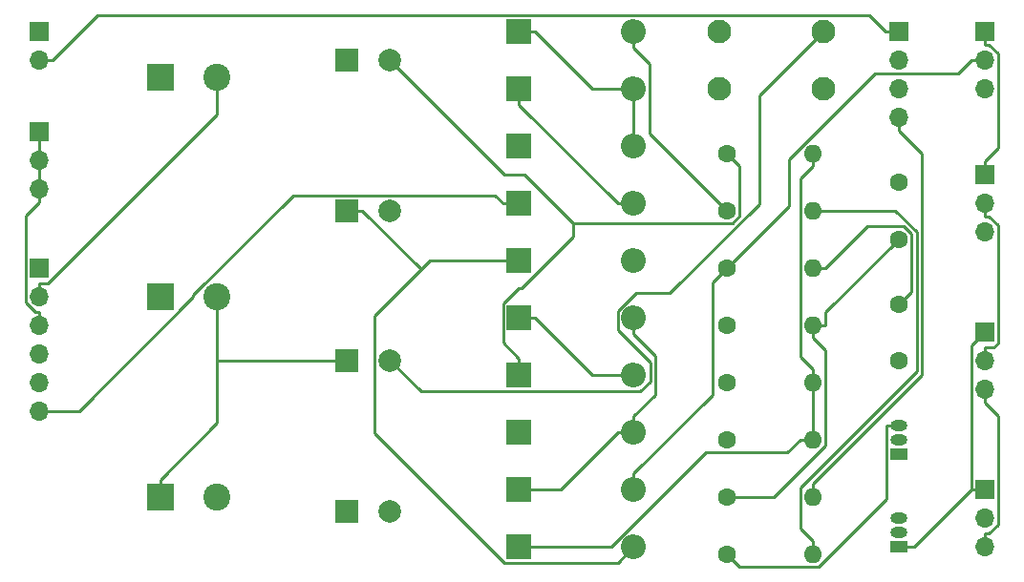
<source format=gbr>
G04 #@! TF.GenerationSoftware,KiCad,Pcbnew,(5.1.5)-3*
G04 #@! TF.CreationDate,2020-01-27T21:13:04-05:00*
G04 #@! TF.ProjectId,power,706f7765-722e-46b6-9963-61645f706362,v01*
G04 #@! TF.SameCoordinates,Original*
G04 #@! TF.FileFunction,Copper,L2,Bot*
G04 #@! TF.FilePolarity,Positive*
%FSLAX46Y46*%
G04 Gerber Fmt 4.6, Leading zero omitted, Abs format (unit mm)*
G04 Created by KiCad (PCBNEW (5.1.5)-3) date 2020-01-27 21:13:04*
%MOMM*%
%LPD*%
G04 APERTURE LIST*
%ADD10R,2.000000X2.000000*%
%ADD11C,2.000000*%
%ADD12R,2.400000X2.400000*%
%ADD13C,2.400000*%
%ADD14C,1.600000*%
%ADD15O,2.200000X2.200000*%
%ADD16R,2.200000X2.200000*%
%ADD17R,1.700000X1.700000*%
%ADD18O,1.700000X1.700000*%
%ADD19R,1.500000X1.000000*%
%ADD20O,1.500000X1.000000*%
%ADD21O,1.600000X1.600000*%
%ADD22C,2.100000*%
%ADD23C,0.250000*%
G04 APERTURE END LIST*
D10*
X106045000Y-48895000D03*
D11*
X109845000Y-48895000D03*
X109845000Y-75565000D03*
D10*
X106045000Y-75565000D03*
X106045000Y-62230000D03*
D11*
X109845000Y-62230000D03*
D12*
X89535000Y-87630000D03*
D13*
X94535000Y-87630000D03*
D14*
X154940000Y-59770000D03*
X154940000Y-64770000D03*
D11*
X109845000Y-88900000D03*
D10*
X106045000Y-88900000D03*
D14*
X154940000Y-75565000D03*
X154940000Y-70565000D03*
D12*
X89535000Y-50455000D03*
D13*
X94535000Y-50455000D03*
X94535000Y-69850000D03*
D12*
X89535000Y-69850000D03*
D15*
X131445000Y-76835000D03*
D16*
X121285000Y-76835000D03*
X121285000Y-71755000D03*
D15*
X131445000Y-71755000D03*
D16*
X121285000Y-66675000D03*
D15*
X131445000Y-66675000D03*
X131445000Y-51435000D03*
D16*
X121285000Y-51435000D03*
D15*
X131445000Y-92075000D03*
D16*
X121285000Y-92075000D03*
X121285000Y-86995000D03*
D15*
X131445000Y-86995000D03*
X131445000Y-46355000D03*
D16*
X121285000Y-46355000D03*
X121285000Y-61595000D03*
D15*
X131445000Y-61595000D03*
D16*
X121285000Y-56515000D03*
D15*
X131445000Y-56515000D03*
X131445000Y-81915000D03*
D16*
X121285000Y-81915000D03*
D17*
X78740000Y-46355000D03*
D18*
X78740000Y-48895000D03*
D17*
X162560000Y-46355000D03*
D18*
X162560000Y-48895000D03*
X162560000Y-51435000D03*
X162560000Y-64135000D03*
X162560000Y-61595000D03*
D17*
X162560000Y-59055000D03*
X162560000Y-73025000D03*
D18*
X162560000Y-75565000D03*
X162560000Y-78105000D03*
D17*
X162560000Y-86995000D03*
D18*
X162560000Y-89535000D03*
X162560000Y-92075000D03*
D17*
X78740000Y-67310000D03*
D18*
X78740000Y-69850000D03*
X78740000Y-72390000D03*
X78740000Y-74930000D03*
X78740000Y-77470000D03*
X78740000Y-80010000D03*
X78740000Y-60325000D03*
X78740000Y-57785000D03*
D17*
X78740000Y-55245000D03*
D19*
X154940000Y-83820000D03*
D20*
X154940000Y-81280000D03*
X154940000Y-82550000D03*
X154940000Y-90805000D03*
X154940000Y-89535000D03*
D19*
X154940000Y-92075000D03*
D21*
X147320000Y-57150000D03*
D14*
X139700000Y-57150000D03*
X139700000Y-87630000D03*
D21*
X147320000Y-87630000D03*
D14*
X139700000Y-67310000D03*
D21*
X147320000Y-67310000D03*
X147320000Y-92710000D03*
D14*
X139700000Y-92710000D03*
D21*
X147320000Y-62230000D03*
D14*
X139700000Y-62230000D03*
D21*
X147320000Y-77470000D03*
D14*
X139700000Y-77470000D03*
X139700000Y-82550000D03*
D21*
X147320000Y-82550000D03*
D14*
X139700000Y-72390000D03*
D21*
X147320000Y-72390000D03*
D17*
X154940000Y-46355000D03*
D18*
X154940000Y-48895000D03*
X154940000Y-51435000D03*
X154940000Y-53975000D03*
D22*
X148265000Y-51435000D03*
X139065000Y-51435000D03*
X139065000Y-46355000D03*
X148265000Y-46355000D03*
D23*
X148265000Y-46355000D02*
X142575100Y-52044900D01*
X142575100Y-52044900D02*
X142575100Y-61635200D01*
X142575100Y-61635200D02*
X134659400Y-69550900D01*
X134659400Y-69550900D02*
X131628500Y-69550900D01*
X131628500Y-69550900D02*
X130019600Y-71159800D01*
X130019600Y-71159800D02*
X130019600Y-72852600D01*
X130019600Y-72852600D02*
X132910300Y-75743300D01*
X132910300Y-75743300D02*
X132910300Y-77438400D01*
X132910300Y-77438400D02*
X132038100Y-78310600D01*
X132038100Y-78310600D02*
X112590600Y-78310600D01*
X112590600Y-78310600D02*
X109845000Y-75565000D01*
X147320000Y-67310000D02*
X148445300Y-67310000D01*
X154940000Y-70565000D02*
X156070500Y-69434500D01*
X156070500Y-69434500D02*
X156070500Y-64288900D01*
X156070500Y-64288900D02*
X155370400Y-63588800D01*
X155370400Y-63588800D02*
X152166500Y-63588800D01*
X152166500Y-63588800D02*
X148445300Y-67310000D01*
X131445000Y-80489700D02*
X133360600Y-78574100D01*
X133360600Y-78574100D02*
X133360600Y-75095900D01*
X133360600Y-75095900D02*
X131445000Y-73180300D01*
X78740000Y-72390000D02*
X78740000Y-71214700D01*
X78740000Y-60325000D02*
X78740000Y-61500300D01*
X78740000Y-61500300D02*
X77564700Y-62675600D01*
X77564700Y-62675600D02*
X77564700Y-70406800D01*
X77564700Y-70406800D02*
X78372600Y-71214700D01*
X78372600Y-71214700D02*
X78740000Y-71214700D01*
X78740000Y-57785000D02*
X78740000Y-60325000D01*
X78740000Y-55245000D02*
X78740000Y-57785000D01*
X131445000Y-51435000D02*
X131445000Y-55089700D01*
X131445000Y-56515000D02*
X131445000Y-55089700D01*
X122710300Y-46355000D02*
X127790300Y-51435000D01*
X127790300Y-51435000D02*
X131445000Y-51435000D01*
X94535000Y-75565000D02*
X94535000Y-69850000D01*
X89535000Y-86104700D02*
X94535000Y-81104700D01*
X94535000Y-81104700D02*
X94535000Y-75565000D01*
X94535000Y-75565000D02*
X104719700Y-75565000D01*
X106045000Y-75565000D02*
X104719700Y-75565000D01*
X89535000Y-87630000D02*
X89535000Y-86104700D01*
X121285000Y-46355000D02*
X122710300Y-46355000D01*
X131445000Y-81915000D02*
X131445000Y-80489700D01*
X131445000Y-71755000D02*
X131445000Y-73180300D01*
X131445000Y-81915000D02*
X130019700Y-81915000D01*
X121285000Y-86995000D02*
X124939700Y-86995000D01*
X124939700Y-86995000D02*
X130019700Y-81915000D01*
X162560000Y-78105000D02*
X162560000Y-79280300D01*
X162560000Y-92075000D02*
X162560000Y-90899700D01*
X162560000Y-90899700D02*
X162927300Y-90899700D01*
X162927300Y-90899700D02*
X163735300Y-90091700D01*
X163735300Y-90091700D02*
X163735300Y-80455600D01*
X163735300Y-80455600D02*
X162560000Y-79280300D01*
X147320000Y-91584700D02*
X146194700Y-90459400D01*
X146194700Y-90459400D02*
X146194700Y-86853300D01*
X146194700Y-86853300D02*
X156520900Y-76527100D01*
X156520900Y-76527100D02*
X156520900Y-64102400D01*
X156520900Y-64102400D02*
X154648500Y-62230000D01*
X154648500Y-62230000D02*
X147320000Y-62230000D01*
X147320000Y-92710000D02*
X147320000Y-91584700D01*
X121285000Y-51435000D02*
X121285000Y-52860300D01*
X131445000Y-61595000D02*
X130019700Y-61595000D01*
X130019700Y-61595000D02*
X121285000Y-52860300D01*
X147320000Y-72390000D02*
X147320000Y-73515300D01*
X139700000Y-87630000D02*
X143878400Y-87630000D01*
X143878400Y-87630000D02*
X148445300Y-83063100D01*
X148445300Y-83063100D02*
X148445300Y-74640600D01*
X148445300Y-74640600D02*
X147320000Y-73515300D01*
X147320000Y-72390000D02*
X148445300Y-72390000D01*
X148445300Y-72390000D02*
X148445300Y-71264700D01*
X148445300Y-71264700D02*
X154940000Y-64770000D01*
X139700000Y-67310000D02*
X145172900Y-61837100D01*
X145172900Y-61837100D02*
X145172900Y-57689700D01*
X145172900Y-57689700D02*
X152792300Y-50070300D01*
X152792300Y-50070300D02*
X160209400Y-50070300D01*
X160209400Y-50070300D02*
X161384700Y-48895000D01*
X139700000Y-67310000D02*
X138402900Y-68607100D01*
X138402900Y-68607100D02*
X138402900Y-78611800D01*
X138402900Y-78611800D02*
X131445000Y-85569700D01*
X162560000Y-48895000D02*
X161384700Y-48895000D01*
X131445000Y-86995000D02*
X131445000Y-85569700D01*
X147320000Y-77470000D02*
X147320000Y-76344700D01*
X147320000Y-76344700D02*
X146194700Y-75219400D01*
X146194700Y-75219400D02*
X146194700Y-59400600D01*
X146194700Y-59400600D02*
X147320000Y-58275300D01*
X147320000Y-82550000D02*
X147320000Y-77470000D01*
X147320000Y-57150000D02*
X147320000Y-58275300D01*
X147320000Y-82550000D02*
X146194700Y-82550000D01*
X146194700Y-82550000D02*
X145069400Y-83675300D01*
X145069400Y-83675300D02*
X137828900Y-83675300D01*
X137828900Y-83675300D02*
X129429200Y-92075000D01*
X129429200Y-92075000D02*
X121285000Y-92075000D01*
X78740000Y-69850000D02*
X78740000Y-68674700D01*
X94535000Y-50455000D02*
X94535000Y-53687700D01*
X94535000Y-53687700D02*
X79548000Y-68674700D01*
X79548000Y-68674700D02*
X78740000Y-68674700D01*
X162560000Y-61595000D02*
X162560000Y-62770300D01*
X162560000Y-75565000D02*
X162560000Y-74389700D01*
X162560000Y-74389700D02*
X163368000Y-74389700D01*
X163368000Y-74389700D02*
X163735300Y-74022400D01*
X163735300Y-74022400D02*
X163735300Y-63578200D01*
X163735300Y-63578200D02*
X162927400Y-62770300D01*
X162927400Y-62770300D02*
X162560000Y-62770300D01*
X162560000Y-73025000D02*
X161384700Y-74200300D01*
X161384700Y-74200300D02*
X161384700Y-86995000D01*
X162560000Y-86995000D02*
X161384700Y-86995000D01*
X154940000Y-92075000D02*
X156304700Y-92075000D01*
X156304700Y-92075000D02*
X161384700Y-86995000D01*
X162560000Y-46355000D02*
X162560000Y-47530300D01*
X162560000Y-59055000D02*
X162560000Y-57879700D01*
X162560000Y-57879700D02*
X163735300Y-56704400D01*
X163735300Y-56704400D02*
X163735300Y-48338200D01*
X163735300Y-48338200D02*
X162927400Y-47530300D01*
X162927400Y-47530300D02*
X162560000Y-47530300D01*
X122710300Y-71755000D02*
X127790300Y-76835000D01*
X127790300Y-76835000D02*
X131445000Y-76835000D01*
X121285000Y-71755000D02*
X122710300Y-71755000D01*
X121285000Y-76835000D02*
X121285000Y-75409700D01*
X126078900Y-63362900D02*
X126078900Y-64548500D01*
X126078900Y-64548500D02*
X121526900Y-69100500D01*
X121526900Y-69100500D02*
X121214200Y-69100500D01*
X121214200Y-69100500D02*
X119859700Y-70455000D01*
X119859700Y-70455000D02*
X119859700Y-73984400D01*
X119859700Y-73984400D02*
X121285000Y-75409700D01*
X126078900Y-63362900D02*
X121771000Y-59055000D01*
X121771000Y-59055000D02*
X120005000Y-59055000D01*
X120005000Y-59055000D02*
X109845000Y-48895000D01*
X139700000Y-57150000D02*
X140845100Y-58295100D01*
X140845100Y-58295100D02*
X140845100Y-62726800D01*
X140845100Y-62726800D02*
X140209000Y-63362900D01*
X140209000Y-63362900D02*
X126078900Y-63362900D01*
X131445000Y-46355000D02*
X131445000Y-47780300D01*
X131445000Y-47780300D02*
X132870300Y-49205600D01*
X132870300Y-49205600D02*
X132870300Y-55400300D01*
X132870300Y-55400300D02*
X139700000Y-62230000D01*
X121285000Y-61595000D02*
X119859700Y-61595000D01*
X78740000Y-80010000D02*
X82307100Y-80010000D01*
X82307100Y-80010000D02*
X92415800Y-69901300D01*
X92415800Y-69901300D02*
X92415800Y-69734000D01*
X92415800Y-69734000D02*
X101273100Y-60876700D01*
X101273100Y-60876700D02*
X119141400Y-60876700D01*
X119141400Y-60876700D02*
X119859700Y-61595000D01*
X78740000Y-48895000D02*
X79915300Y-48895000D01*
X154940000Y-46355000D02*
X153764700Y-46355000D01*
X153764700Y-46355000D02*
X152339300Y-44929600D01*
X152339300Y-44929600D02*
X83880700Y-44929600D01*
X83880700Y-44929600D02*
X79915300Y-48895000D01*
X154940000Y-81280000D02*
X153864700Y-81280000D01*
X139700000Y-92710000D02*
X140839200Y-93849200D01*
X140839200Y-93849200D02*
X147849900Y-93849200D01*
X147849900Y-93849200D02*
X153864700Y-87834400D01*
X153864700Y-87834400D02*
X153864700Y-81280000D01*
X112597400Y-67457100D02*
X107370300Y-62230000D01*
X131445000Y-92075000D02*
X130019600Y-93500400D01*
X130019600Y-93500400D02*
X119992200Y-93500400D01*
X119992200Y-93500400D02*
X108470300Y-81978500D01*
X108470300Y-81978500D02*
X108470300Y-71584200D01*
X108470300Y-71584200D02*
X112597400Y-67457100D01*
X121285000Y-66675000D02*
X113379500Y-66675000D01*
X113379500Y-66675000D02*
X112597400Y-67457100D01*
X147320000Y-86504700D02*
X156971200Y-76853500D01*
X156971200Y-76853500D02*
X156971200Y-57181500D01*
X156971200Y-57181500D02*
X154940000Y-55150300D01*
X147320000Y-87630000D02*
X147320000Y-86504700D01*
X154940000Y-53975000D02*
X154940000Y-55150300D01*
X106045000Y-62230000D02*
X107370300Y-62230000D01*
M02*

</source>
